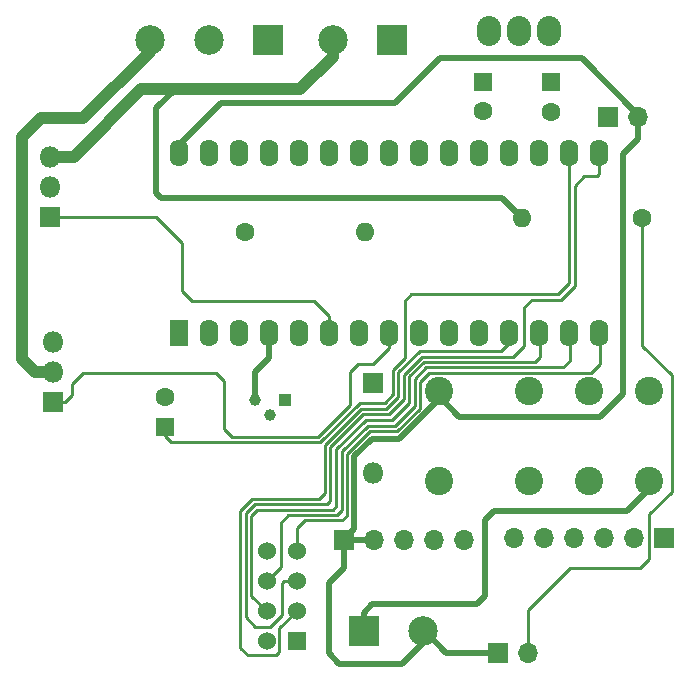
<source format=gbl>
G04 #@! TF.FileFunction,Copper,L2,Bot,Signal*
%FSLAX46Y46*%
G04 Gerber Fmt 4.6, Leading zero omitted, Abs format (unit mm)*
G04 Created by KiCad (PCBNEW 4.0.5) date 04/05/17 22:59:05*
%MOMM*%
%LPD*%
G01*
G04 APERTURE LIST*
%ADD10C,0.100000*%
%ADD11R,1.574800X2.286000*%
%ADD12O,1.574800X2.286000*%
%ADD13R,1.700000X1.700000*%
%ADD14O,1.700000X1.700000*%
%ADD15R,1.800000X1.800000*%
%ADD16O,1.800000X1.800000*%
%ADD17C,1.600000*%
%ADD18O,1.600000X1.600000*%
%ADD19R,1.524000X1.524000*%
%ADD20C,1.524000*%
%ADD21O,2.032000X2.540000*%
%ADD22R,1.600000X1.600000*%
%ADD23C,1.000000*%
%ADD24R,1.000000X1.000000*%
%ADD25R,2.500000X2.500000*%
%ADD26C,2.500000*%
%ADD27C,2.400000*%
%ADD28C,0.500000*%
%ADD29C,1.000000*%
%ADD30C,0.250000*%
G04 APERTURE END LIST*
D10*
D11*
X45110400Y-66395600D03*
D12*
X47650400Y-66395600D03*
X50190400Y-66395600D03*
X52730400Y-66395600D03*
X55270400Y-66395600D03*
X57810400Y-66395600D03*
X60350400Y-66395600D03*
X62890400Y-66395600D03*
X65430400Y-66395600D03*
X67970400Y-66395600D03*
X70510400Y-66395600D03*
X73050400Y-66395600D03*
X75590400Y-66395600D03*
X78130400Y-66395600D03*
X80670400Y-66395600D03*
X80670400Y-51155600D03*
X78130400Y-51155600D03*
X75590400Y-51155600D03*
X73050400Y-51155600D03*
X70510400Y-51155600D03*
X67970400Y-51155600D03*
X65430400Y-51155600D03*
X62890400Y-51155600D03*
X60350400Y-51155600D03*
X57810400Y-51155600D03*
X55270400Y-51155600D03*
X52730400Y-51155600D03*
X50190400Y-51155600D03*
X47650400Y-51155600D03*
X45110400Y-51155600D03*
D13*
X72085200Y-93472000D03*
D14*
X74625200Y-93472000D03*
D13*
X86156800Y-83769200D03*
D14*
X83616800Y-83769200D03*
X81076800Y-83769200D03*
X78536800Y-83769200D03*
X75996800Y-83769200D03*
X73456800Y-83769200D03*
D15*
X34163000Y-56540400D03*
D16*
X34163000Y-54000400D03*
X34163000Y-51460400D03*
D15*
X34417000Y-72212200D03*
D16*
X34417000Y-69672200D03*
X34417000Y-67132200D03*
D17*
X84328000Y-56642000D03*
D18*
X74168000Y-56642000D03*
D19*
X55041800Y-92481400D03*
D20*
X52501800Y-92481400D03*
X55041800Y-89941400D03*
X52501800Y-89941400D03*
X55041800Y-87401400D03*
X52501800Y-87401400D03*
X55041800Y-84861400D03*
X52501800Y-84861400D03*
D21*
X73888600Y-40843200D03*
X76428600Y-40843200D03*
X71348600Y-40843200D03*
D22*
X70815200Y-45110400D03*
D17*
X70815200Y-47610400D03*
D22*
X76581000Y-45161200D03*
D17*
X76581000Y-47661200D03*
D22*
X43942000Y-74320400D03*
D17*
X43942000Y-71820400D03*
D15*
X61518800Y-70612000D03*
D16*
X61518800Y-78232000D03*
D13*
X59029600Y-83870800D03*
D14*
X61569600Y-83870800D03*
X64109600Y-83870800D03*
X66649600Y-83870800D03*
X69189600Y-83870800D03*
D23*
X52781200Y-73304400D03*
X51511200Y-72034400D03*
D24*
X54051200Y-72034400D03*
D17*
X50698400Y-57810400D03*
D18*
X60858400Y-57810400D03*
D25*
X63119000Y-41554400D03*
D26*
X58119000Y-41554400D03*
X42603400Y-41554400D03*
D25*
X52603400Y-41554400D03*
D26*
X47603400Y-41554400D03*
D25*
X60756800Y-91643200D03*
D26*
X65756800Y-91643200D03*
D13*
X81432400Y-48133000D03*
D14*
X83972400Y-48133000D03*
D27*
X84861400Y-71323200D03*
X74701400Y-71323200D03*
X79781400Y-71323200D03*
X67081400Y-71323200D03*
X67081400Y-78943200D03*
X79781400Y-78943200D03*
X74701400Y-78943200D03*
X84861400Y-78943200D03*
D28*
X72440800Y-54914800D02*
X43586400Y-54914800D01*
X43180000Y-47345600D02*
X44805600Y-45720000D01*
X43180000Y-54508400D02*
X43180000Y-47345600D01*
X43586400Y-54914800D02*
X43180000Y-54508400D01*
X72440800Y-54914800D02*
X74168000Y-56642000D01*
X52730400Y-66395600D02*
X52730400Y-68478400D01*
X51511200Y-69697600D02*
X51511200Y-72034400D01*
X52730400Y-68478400D02*
X51511200Y-69697600D01*
X34455617Y-67093583D02*
X34417000Y-67132200D01*
D29*
X58119000Y-41554400D02*
X58119000Y-42973000D01*
X55372000Y-45720000D02*
X44805600Y-45720000D01*
X58119000Y-42973000D02*
X55372000Y-45720000D01*
X44805600Y-45720000D02*
X41910000Y-45720000D01*
X41910000Y-45720000D02*
X36169600Y-51460400D01*
X36169600Y-51460400D02*
X34163000Y-51460400D01*
D30*
X34163000Y-56540400D02*
X43180000Y-56540400D01*
X57810400Y-64973200D02*
X57810400Y-66395600D01*
X56489600Y-63652400D02*
X57810400Y-64973200D01*
X46177200Y-63652400D02*
X56489600Y-63652400D01*
X45364400Y-62839600D02*
X46177200Y-63652400D01*
X45364400Y-58724800D02*
X45364400Y-62839600D01*
X43180000Y-56540400D02*
X45364400Y-58724800D01*
X36931600Y-69799200D02*
X36017200Y-70713600D01*
X62890400Y-66395600D02*
X62890400Y-67665600D01*
X59588400Y-72462006D02*
X56866406Y-75184000D01*
X59588400Y-69697600D02*
X59588400Y-72462006D01*
X60248800Y-69037200D02*
X59588400Y-69697600D01*
X61518800Y-69037200D02*
X60248800Y-69037200D01*
X62890400Y-67665600D02*
X61518800Y-69037200D01*
X56866406Y-75184000D02*
X49580800Y-75184000D01*
X48260000Y-69799200D02*
X48920400Y-70459600D01*
X48920400Y-70459600D02*
X48920400Y-74530798D01*
X48920400Y-74530798D02*
X49580800Y-75191198D01*
X49580800Y-75191198D02*
X49580800Y-75184000D01*
X48056800Y-69799200D02*
X36931600Y-69799200D01*
X48056800Y-69799200D02*
X48260000Y-69799200D01*
X35433000Y-72212200D02*
X34417000Y-72212200D01*
X36017200Y-71628000D02*
X35433000Y-72212200D01*
X36017200Y-70713600D02*
X36017200Y-71628000D01*
X62966600Y-66700400D02*
X62966600Y-67233800D01*
X77927200Y-83870800D02*
X78486000Y-83870800D01*
X73050400Y-66395600D02*
X73050400Y-67208400D01*
X73050400Y-67208400D02*
X72339200Y-67919600D01*
X72339200Y-67919600D02*
X65451606Y-67919600D01*
X65451606Y-67919600D02*
X63652400Y-69718806D01*
X63652400Y-69718806D02*
X63652400Y-71787598D01*
X63652400Y-71787598D02*
X62643598Y-72796400D01*
X62643598Y-72796400D02*
X60526802Y-72796400D01*
X60526802Y-72796400D02*
X57461998Y-75861204D01*
X57461998Y-75861204D02*
X57461998Y-79915598D01*
X57461998Y-79915598D02*
X56961196Y-80416400D01*
X56961196Y-80416400D02*
X51308000Y-80416400D01*
X51308000Y-80416400D02*
X50292000Y-81432400D01*
X50292000Y-81432400D02*
X50292000Y-93065600D01*
X50292000Y-93065600D02*
X50901600Y-93675200D01*
X50901600Y-93675200D02*
X53289200Y-93675200D01*
X53289200Y-93675200D02*
X53594000Y-93370400D01*
X53594000Y-93370400D02*
X53594000Y-91389200D01*
X53594000Y-91389200D02*
X55041800Y-89941400D01*
X75641200Y-66649600D02*
X75641200Y-68383998D01*
X51206400Y-88646000D02*
X52501800Y-89941400D01*
X51206400Y-81838800D02*
X51206400Y-88646000D01*
X51714400Y-81330800D02*
X51206400Y-81838800D01*
X58115200Y-81330800D02*
X51714400Y-81330800D01*
X58420000Y-81026000D02*
X58115200Y-81330800D01*
X58420000Y-76224002D02*
X58420000Y-81026000D01*
X60882402Y-73761600D02*
X58420000Y-76224002D01*
X63093600Y-73761600D02*
X60882402Y-73761600D01*
X64581196Y-72274004D02*
X63093600Y-73761600D01*
X64581196Y-70062806D02*
X64581196Y-72274004D01*
X65810002Y-68834000D02*
X64581196Y-70062806D01*
X75191198Y-68834000D02*
X65810002Y-68834000D01*
X75641200Y-68383998D02*
X75191198Y-68834000D01*
X78181200Y-66649600D02*
X78181200Y-68739598D01*
X53695600Y-86207600D02*
X52501800Y-87401400D01*
X53695600Y-82448400D02*
X53695600Y-86207600D01*
X54356000Y-81788000D02*
X53695600Y-82448400D01*
X58427198Y-81788000D02*
X54356000Y-81788000D01*
X58884398Y-81330800D02*
X58427198Y-81788000D01*
X58884398Y-76396002D02*
X58884398Y-81330800D01*
X61061600Y-74218800D02*
X58884398Y-76396002D01*
X63347600Y-74218800D02*
X61061600Y-74218800D01*
X65031198Y-72535202D02*
X63347600Y-74218800D01*
X65031198Y-70249202D02*
X65031198Y-72535202D01*
X65989200Y-69291200D02*
X65031198Y-70249202D01*
X77629598Y-69291200D02*
X65989200Y-69291200D01*
X78181200Y-68739598D02*
X77629598Y-69291200D01*
X80721200Y-68986400D02*
X79959200Y-69748400D01*
X65481200Y-72796024D02*
X63576012Y-74701212D01*
X79959200Y-69748400D02*
X66243200Y-69748400D01*
X66243200Y-69748400D02*
X65481200Y-70510400D01*
X65481200Y-70510400D02*
X65481200Y-72796024D01*
X80721200Y-66649600D02*
X80721200Y-68986400D01*
X55041800Y-82931000D02*
X55041800Y-84861400D01*
X55727600Y-82245200D02*
X55041800Y-82931000D01*
X58928000Y-82245200D02*
X55727600Y-82245200D01*
X59334400Y-81838800D02*
X58928000Y-82245200D01*
X59334400Y-76606024D02*
X59334400Y-81838800D01*
X61239212Y-74701212D02*
X59334400Y-76606024D01*
X63576012Y-74701212D02*
X61239212Y-74701212D01*
X53797200Y-90271600D02*
X53797200Y-87579200D01*
X74320400Y-64204002D02*
X74320400Y-67469598D01*
X73406000Y-68383998D02*
X74320400Y-67469598D01*
X65623606Y-68383998D02*
X73406000Y-68383998D01*
X64109600Y-69898004D02*
X65623606Y-68383998D01*
X64109600Y-72005194D02*
X64109600Y-69898004D01*
X62861194Y-73253600D02*
X64109600Y-72005194D01*
X60706000Y-73253600D02*
X62861194Y-73253600D01*
X57912000Y-76047600D02*
X60706000Y-73253600D01*
X57912000Y-80575998D02*
X57912000Y-76047600D01*
X57607200Y-80880798D02*
X57912000Y-80575998D01*
X51504002Y-80880798D02*
X57607200Y-80880798D01*
X50749200Y-81635600D02*
X51504002Y-80880798D01*
X50749200Y-90424000D02*
X50749200Y-81635600D01*
X51562000Y-91236800D02*
X50749200Y-90424000D01*
X52832000Y-91236800D02*
X51562000Y-91236800D01*
X53797200Y-90271600D02*
X52832000Y-91236800D01*
X55041800Y-87401400D02*
X53975000Y-87401400D01*
X53797200Y-87579200D02*
X53975000Y-87401400D01*
X80670400Y-52933600D02*
X80670400Y-51155600D01*
X80518000Y-53086000D02*
X80670400Y-52933600D01*
X79400400Y-53086000D02*
X80518000Y-53086000D01*
X78580402Y-53905998D02*
X79400400Y-53086000D01*
X78580402Y-62389598D02*
X78580402Y-53905998D01*
X77419200Y-63550800D02*
X78580402Y-62389598D01*
X74973602Y-63550800D02*
X77419200Y-63550800D01*
X74320400Y-64204002D02*
X74973602Y-63550800D01*
X48006000Y-75641200D02*
X44450000Y-75641200D01*
X57045604Y-75641200D02*
X60408204Y-72278600D01*
X63195200Y-71584398D02*
X63202398Y-71584398D01*
X62508196Y-72278600D02*
X63202398Y-71584398D01*
X60408204Y-72278600D02*
X62508196Y-72278600D01*
X64211200Y-68478400D02*
X64211200Y-63652400D01*
X64211200Y-63652400D02*
X64770000Y-63093600D01*
X64770000Y-63093600D02*
X77165200Y-63093600D01*
X77165200Y-63093600D02*
X78130400Y-62128400D01*
X78130400Y-51155600D02*
X78130400Y-62128400D01*
X63195200Y-69494400D02*
X64211200Y-68478400D01*
X63195200Y-71584398D02*
X63195200Y-69494400D01*
X57045604Y-75641200D02*
X48006000Y-75641200D01*
X43942000Y-75133200D02*
X43942000Y-74320400D01*
X44450000Y-75641200D02*
X43942000Y-75133200D01*
X78155800Y-86283800D02*
X84099400Y-86283800D01*
X84328000Y-67462400D02*
X86817200Y-69951600D01*
X86817200Y-69951600D02*
X86817200Y-79806800D01*
X86817200Y-79806800D02*
X84886800Y-81737200D01*
X84886800Y-81737200D02*
X84886800Y-85496400D01*
X84328000Y-67462400D02*
X84328000Y-56642000D01*
X84099400Y-86283800D02*
X84886800Y-85496400D01*
X74625200Y-89814400D02*
X74625200Y-93472000D01*
X78155800Y-86283800D02*
X74625200Y-89814400D01*
X66649600Y-83870800D02*
X66649600Y-83312000D01*
D29*
X34417000Y-69672200D02*
X32918400Y-69672200D01*
X31826200Y-49784000D02*
X31826200Y-68580000D01*
X33401000Y-48209200D02*
X31826200Y-49784000D01*
X36957000Y-48209200D02*
X33401000Y-48209200D01*
X36957000Y-48209200D02*
X42603400Y-42562800D01*
X32918400Y-69672200D02*
X31826200Y-68580000D01*
X42603400Y-41554400D02*
X42603400Y-42562800D01*
D28*
X84861400Y-78943200D02*
X84861400Y-79629000D01*
X84861400Y-79629000D02*
X83007200Y-81483200D01*
X83007200Y-81483200D02*
X71780400Y-81483200D01*
X71780400Y-81483200D02*
X71018400Y-82245200D01*
X71018400Y-82245200D02*
X71018400Y-88646000D01*
X71018400Y-88646000D02*
X70307200Y-89357200D01*
X70307200Y-89357200D02*
X61468000Y-89357200D01*
X61468000Y-89357200D02*
X60756800Y-90068400D01*
X60756800Y-90068400D02*
X60756800Y-91643200D01*
X59029600Y-83870800D02*
X59029600Y-86309200D01*
X63957200Y-94386400D02*
X65756800Y-92586800D01*
X58674000Y-94386400D02*
X63957200Y-94386400D01*
X57759600Y-93472000D02*
X58674000Y-94386400D01*
X57759600Y-87579200D02*
X57759600Y-93472000D01*
X59029600Y-86309200D02*
X57759600Y-87579200D01*
X65756800Y-92586800D02*
X65756800Y-91643200D01*
X45110400Y-51155600D02*
X45110400Y-50444400D01*
X45110400Y-50444400D02*
X48666400Y-46888400D01*
X48666400Y-46888400D02*
X63398400Y-46888400D01*
X63398400Y-46888400D02*
X67157600Y-43129200D01*
X67157600Y-43129200D02*
X79197200Y-43129200D01*
X79197200Y-43129200D02*
X83972400Y-47904400D01*
X83972400Y-47904400D02*
X83972400Y-48133000D01*
X82651600Y-71526400D02*
X82651600Y-51257200D01*
X68783200Y-73456800D02*
X80721200Y-73456800D01*
X80721200Y-73456800D02*
X82651600Y-71526400D01*
X67081400Y-71755000D02*
X68783200Y-73456800D01*
X83972400Y-49936400D02*
X83972400Y-48133000D01*
X82651600Y-51257200D02*
X83972400Y-49936400D01*
X67081400Y-71323200D02*
X67081400Y-71755000D01*
X72085200Y-93472000D02*
X67716400Y-93472000D01*
X67716400Y-93472000D02*
X65887600Y-91643200D01*
X65887600Y-91643200D02*
X65756800Y-91643200D01*
X61569600Y-83870800D02*
X59029600Y-83870800D01*
X67081400Y-71323200D02*
X67081400Y-72009000D01*
X67081400Y-72009000D02*
X63754000Y-75336400D01*
X59944000Y-82956400D02*
X59029600Y-83870800D01*
X59944000Y-76809600D02*
X59944000Y-82956400D01*
X61417200Y-75336400D02*
X59944000Y-76809600D01*
X63754000Y-75336400D02*
X61417200Y-75336400D01*
M02*

</source>
